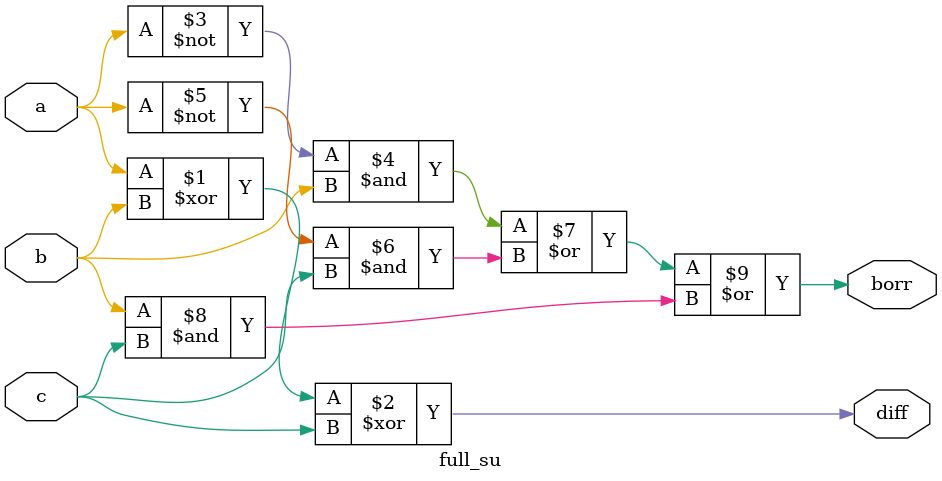
<source format=v>
module full_su(input a,b,c, output diff,borr);
assign diff= a^b^c;
assign borr= ((~a&b)|(~a&c)|(b&c));
endmodule

</source>
